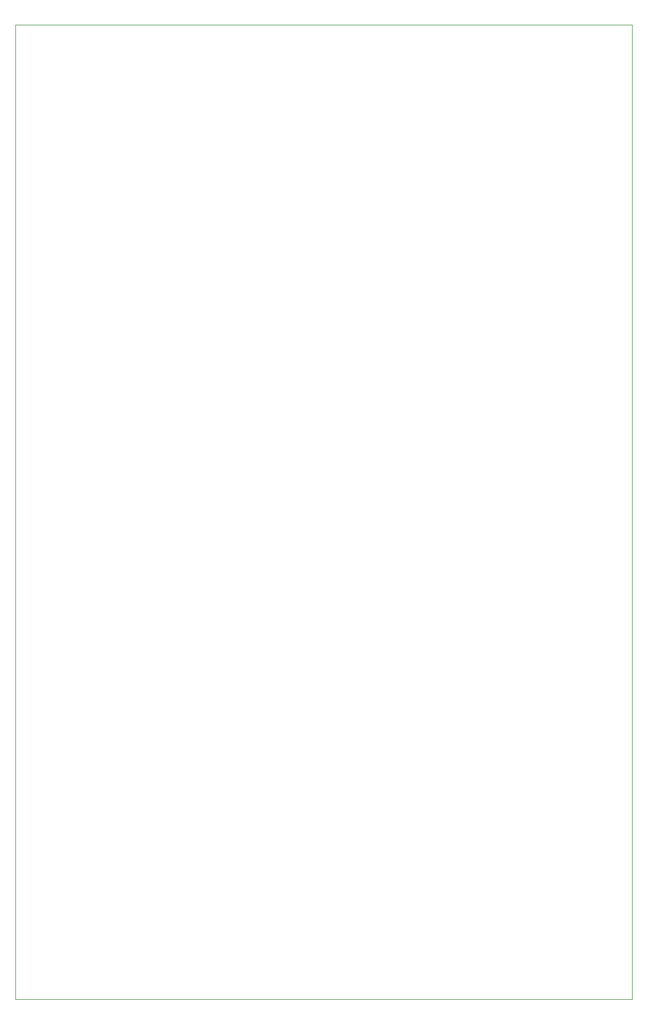
<source format=gbr>
%TF.GenerationSoftware,KiCad,Pcbnew,9.0.5*%
%TF.CreationDate,2025-12-25T13:02:37+01:00*%
%TF.ProjectId,leak_current_detector,6c65616b-5f63-4757-9272-656e745f6465,0.1*%
%TF.SameCoordinates,Original*%
%TF.FileFunction,Profile,NP*%
%FSLAX46Y46*%
G04 Gerber Fmt 4.6, Leading zero omitted, Abs format (unit mm)*
G04 Created by KiCad (PCBNEW 9.0.5) date 2025-12-25 13:02:37*
%MOMM*%
%LPD*%
G01*
G04 APERTURE LIST*
%TA.AperFunction,Profile*%
%ADD10C,0.050000*%
%TD*%
G04 APERTURE END LIST*
D10*
X25000000Y-25000000D02*
X120000000Y-25000000D01*
X120000000Y-175000000D01*
X25000000Y-175000000D01*
X25000000Y-25000000D01*
M02*

</source>
